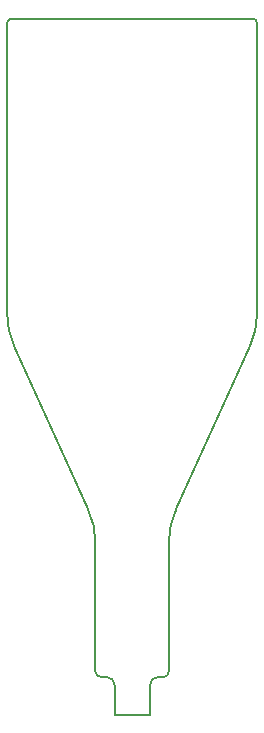
<source format=gm1>
G04 Layer_Color=16711935*
%FSLAX24Y24*%
%MOIN*%
G70*
G01*
G75*
%ADD14C,0.0060*%
D14*
X7468Y7925D02*
G03*
X7220Y6820I2292J-1094D01*
G01*
X9927Y13373D02*
G03*
X10160Y14440I-2217J1042D01*
G01*
Y24130D02*
G03*
X10020Y24280I-145J5D01*
G01*
X1973D02*
G03*
X1833Y24130I5J-145D01*
G01*
Y14440D02*
G03*
X2066Y13373I2449J-25D01*
G01*
X4773Y6820D02*
G03*
X4525Y7925I-2540J10D01*
G01*
X5410Y2080D02*
G03*
X5153Y2330I-253J-3D01*
G01*
X4773Y2520D02*
G03*
X4973Y2330I190J0D01*
G01*
X7020D02*
G03*
X7220Y2520I10J190D01*
G01*
X6850Y2330D02*
G03*
X6593Y2080I-3J-253D01*
G01*
X7468Y7925D02*
X9927Y13373D01*
X7220Y2520D02*
Y6820D01*
X10160Y14440D02*
Y24130D01*
X1973Y24280D02*
X10020D01*
X1833Y14440D02*
Y24130D01*
X4773Y2520D02*
Y6820D01*
X2066Y13373D02*
X4525Y7925D01*
X5410Y1080D02*
Y2080D01*
X4973Y2330D02*
X5153D01*
X6850D02*
X7020D01*
X6593Y1080D02*
Y2080D01*
X5410Y1080D02*
X6593D01*
M02*

</source>
